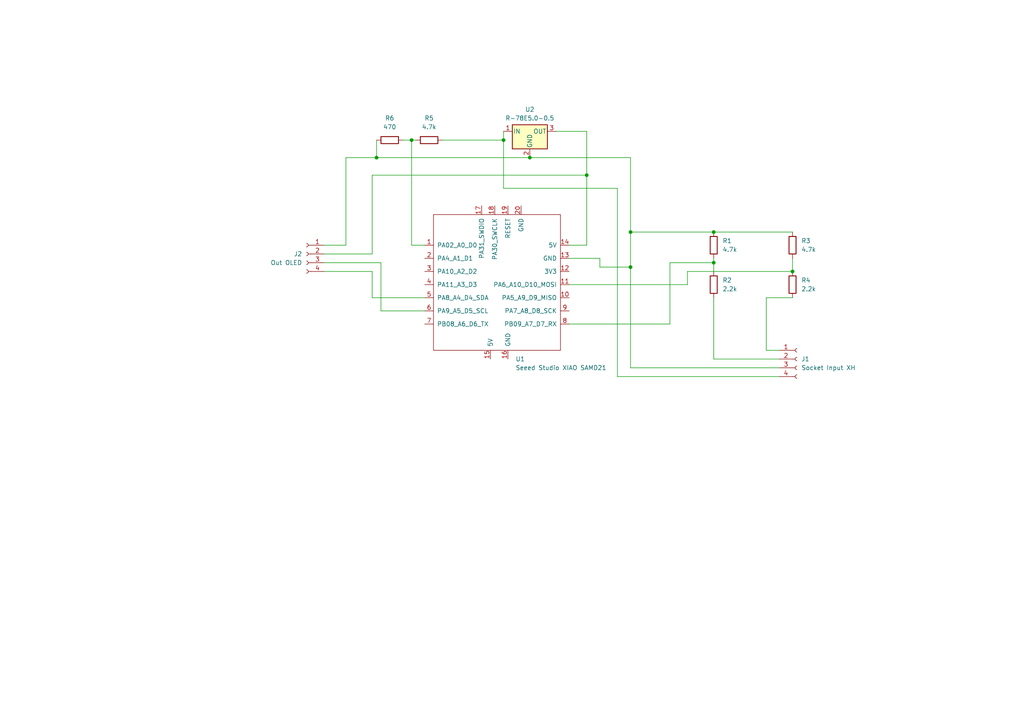
<source format=kicad_sch>
(kicad_sch (version 20231120) (generator "eeschema") (generator_version "8.0")
  (paper "A4")
  (title_block (title "UART to OLED-BLE") (date "2024-05-11") (comment 1 "001"))
  (lib_symbols
    (symbol "Connector:Conn_01x04_Socket" (pin_names (offset 1.016) hide)
      (property "Reference" "J" (at 0 5.08 0))
      (property "Value" "Conn_01x04_Socket" (at 0 -7.62 0))
      (symbol "Conn_01x04_Socket_1_1"
        (arc (start 0 -4.572) (mid -0.5058 -5.08) (end 0 -5.588) (stroke (width 0.1524)))
        (arc (start 0 -2.032) (mid -0.5058 -2.54) (end 0 -3.048) (stroke (width 0.1524)))
        (polyline (pts (xy -1.27 -5.08) (xy -0.508 -5.08)) (stroke (width 0.1524)))
        (polyline (pts (xy -1.27 -2.54) (xy -0.508 -2.54)) (stroke (width 0.1524)))
        (polyline (pts (xy -1.27 0) (xy -0.508 0)) (stroke (width 0.1524)))
        (polyline (pts (xy -1.27 2.54) (xy -0.508 2.54)) (stroke (width 0.1524)))
        (arc (start 0 0.508) (mid -0.5058 0) (end 0 -0.508) (stroke (width 0.1524)))
        (arc (start 0 3.048) (mid -0.5058 2.54) (end 0 2.032) (stroke (width 0.1524)))
        (pin passive line (at -5.08 2.54 0) (length 3.81) (name "Pin_1") (number "1"))
        (pin passive line (at -5.08 0 0) (length 3.81) (name "Pin_2") (number "2"))
        (pin passive line (at -5.08 -2.54 0) (length 3.81) (name "Pin_3") (number "3"))
        (pin passive line (at -5.08 -5.08 0) (length 3.81) (name "Pin_4") (number "4"))
      )
    )
    (symbol "Device:R" (pin_numbers hide) (pin_names (offset 0))
      (property "Reference" "R" (at 2.032 0 90))
      (property "Value" "R" (at 0 0 90))
      (symbol "R_0_1"
        (rectangle (start -1.016 -2.54) (end 1.016 2.54) (stroke (width 0.254)))
      )
      (symbol "R_1_1"
        (pin passive line (at 0 3.81 270) (length 1.27) (name "~") (number "1"))
        (pin passive line (at 0 -3.81 90) (length 1.27) (name "~") (number "2"))
      )
    )
    (symbol "Regulator_Switching:R-78E5.0-0.5" (pin_names (offset 0.254))
      (property "Reference" "U" (at -3.81 3.175 0))
      (property "Value" "R-78E5.0-0.5" (at 0 3.175 0))
      (symbol "R-78E5.0-0.5_0_1"
        (rectangle (start -5.08 1.905) (end 5.08 -5.08) (stroke (width 0.254)) (fill (type background)))
      )
      (symbol "R-78E5.0-0.5_1_1"
        (pin power_in line (at -7.62 0 0) (length 2.54) (name "IN") (number "1"))
        (pin power_in line (at 0 -7.62 90) (length 2.54) (name "GND") (number "2"))
        (pin power_out line (at 7.62 0 180) (length 2.54) (name "OUT") (number "3"))
      )
    )
    (symbol "Seeed_Studio_XIAO_Series:Seeed Studio XIAO SAMD21" (pin_names (offset 1.016))
      (property "Reference" "U" (at -19.05 22.86 0))
      (property "Value" "Seeed Studio XIAO SAMD21" (at -12.7 21.59 0))
      (symbol "Seeed Studio XIAO SAMD21_0_1"
        (rectangle (start -19.05 20.32) (end 17.78 -19.05))
      )
      (symbol "Seeed Studio XIAO SAMD21_1_1"
        (pin unspecified line (at -21.59 11.43 0) (length 2.54) (name "PA02_A0_D0") (number "1"))
        (pin unspecified line (at 20.32 -3.81 180) (length 2.54) (name "PA5_A9_D9_MISO") (number "10"))
        (pin unspecified line (at 20.32 0 180) (length 2.54) (name "PA6_A10_D10_MOSI") (number "11"))
        (pin unspecified line (at 20.32 3.81 180) (length 2.54) (name "3V3") (number "12"))
        (pin unspecified line (at 20.32 7.62 180) (length 2.54) (name "GND") (number "13"))
        (pin unspecified line (at 20.32 11.43 180) (length 2.54) (name "5V") (number "14"))
        (pin input line (at -2.54 -21.59 90) (length 2.54) (name "5V") (number "15"))
        (pin input line (at 2.54 -21.59 90) (length 2.54) (name "GND") (number "16"))
        (pin input line (at -5.08 22.86 270) (length 2.54) (name "PA31_SWDIO") (number "17"))
        (pin input line (at -1.27 22.86 270) (length 2.54) (name "PA30_SWCLK") (number "18"))
        (pin input line (at 2.54 22.86 270) (length 2.54) (name "RESET") (number "19"))
        (pin unspecified line (at -21.59 7.62 0) (length 2.54) (name "PA4_A1_D1") (number "2"))
        (pin input line (at 6.35 22.86 270) (length 2.54) (name "GND") (number "20"))
        (pin unspecified line (at -21.59 3.81 0) (length 2.54) (name "PA10_A2_D2") (number "3"))
        (pin unspecified line (at -21.59 0 0) (length 2.54) (name "PA11_A3_D3") (number "4"))
        (pin unspecified line (at -21.59 -3.81 0) (length 2.54) (name "PA8_A4_D4_SDA") (number "5"))
        (pin unspecified line (at -21.59 -7.62 0) (length 2.54) (name "PA9_A5_D5_SCL") (number "6"))
        (pin unspecified line (at -21.59 -11.43 0) (length 2.54) (name "PB08_A6_D6_TX") (number "7"))
        (pin unspecified line (at 20.32 -11.43 180) (length 2.54) (name "PB09_A7_D7_RX") (number "8"))
        (pin unspecified line (at 20.32 -7.62 180) (length 2.54) (name "PA7_A8_D8_SCK") (number "9"))
      )
    )
  )
  (junction (at 119.38 40.64))
  (junction (at 170.18 50.8))
  (junction (at 182.88 67.31))
  (junction (at 146.05 40.64))
  (junction (at 182.88 77.47))
  (junction (at 109.22 45.72))
  (junction (at 153.67 45.72))
  (junction (at 229.87 78.74))
  (junction (at 207.01 76.2))
  (junction (at 207.01 67.31))
  (wire (pts (xy 107.95 50.8) (xy 170.18 50.8)))
  (wire (pts (xy 207.01 74.93) (xy 207.01 76.2)))
  (wire (pts (xy 153.67 45.72) (xy 109.22 45.72)))
  (wire (pts (xy 182.88 45.72) (xy 182.88 67.31)))
  (wire (pts (xy 173.99 77.47) (xy 182.88 77.47)))
  (wire (pts (xy 182.88 67.31) (xy 207.01 67.31)))
  (wire (pts (xy 146.05 40.64) (xy 146.05 54.61)))
  (wire (pts (xy 170.18 38.1) (xy 170.18 50.8)))
  (wire (pts (xy 182.88 77.47) (xy 182.88 106.68)))
  (wire (pts (xy 182.88 106.68) (xy 226.06 106.68)))
  (wire (pts (xy 229.87 74.93) (xy 229.87 78.74)))
  (wire (pts (xy 107.95 50.8) (xy 107.95 73.66)))
  (wire (pts (xy 207.01 76.2) (xy 194.31 76.2)))
  (wire (pts (xy 123.19 90.17) (xy 110.49 90.17)))
  (wire (pts (xy 107.95 73.66) (xy 93.98 73.66)))
  (wire (pts (xy 119.38 40.64) (xy 120.65 40.64)))
  (wire (pts (xy 110.49 76.2) (xy 93.98 76.2)))
  (wire (pts (xy 222.25 101.6) (xy 226.06 101.6)))
  (wire (pts (xy 199.39 78.74) (xy 229.87 78.74)))
  (wire (pts (xy 226.06 104.14) (xy 207.01 104.14)))
  (wire (pts (xy 107.95 78.74) (xy 93.98 78.74)))
  (wire (pts (xy 119.38 40.64) (xy 119.38 71.12)))
  (wire (pts (xy 165.1 82.55) (xy 199.39 82.55)))
  (wire (pts (xy 146.05 38.1) (xy 146.05 40.64)))
  (wire (pts (xy 170.18 50.8) (xy 170.18 71.12)))
  (wire (pts (xy 179.07 109.22) (xy 226.06 109.22)))
  (wire (pts (xy 109.22 40.64) (xy 109.22 45.72)))
  (wire (pts (xy 207.01 67.31) (xy 229.87 67.31)))
  (wire (pts (xy 146.05 54.61) (xy 179.07 54.61)))
  (wire (pts (xy 153.67 45.72) (xy 182.88 45.72)))
  (wire (pts (xy 119.38 71.12) (xy 123.19 71.12)))
  (wire (pts (xy 110.49 90.17) (xy 110.49 76.2)))
  (wire (pts (xy 100.33 45.72) (xy 100.33 71.12)))
  (wire (pts (xy 107.95 86.36) (xy 107.95 78.74)))
  (wire (pts (xy 128.27 40.64) (xy 146.05 40.64)))
  (wire (pts (xy 194.31 76.2) (xy 194.31 93.98)))
  (wire (pts (xy 182.88 67.31) (xy 182.88 77.47)))
  (wire (pts (xy 179.07 54.61) (xy 179.07 109.22)))
  (wire (pts (xy 123.19 86.36) (xy 107.95 86.36)))
  (wire (pts (xy 222.25 86.36) (xy 222.25 101.6)))
  (wire (pts (xy 100.33 71.12) (xy 93.98 71.12)))
  (wire (pts (xy 165.1 74.93) (xy 173.99 74.93)))
  (wire (pts (xy 161.29 38.1) (xy 170.18 38.1)))
  (wire (pts (xy 173.99 77.47) (xy 173.99 74.93)))
  (wire (pts (xy 165.1 93.98) (xy 194.31 93.98)))
  (wire (pts (xy 116.84 40.64) (xy 119.38 40.64)))
  (wire (pts (xy 207.01 104.14) (xy 207.01 86.36)))
  (wire (pts (xy 165.1 71.12) (xy 170.18 71.12)))
  (wire (pts (xy 109.22 45.72) (xy 100.33 45.72)))
  (wire (pts (xy 229.87 86.36) (xy 222.25 86.36)))
  (wire (pts (xy 207.01 76.2) (xy 207.01 78.74)))
  (wire (pts (xy 199.39 82.55) (xy 199.39 78.74)))
  (symbol (lib_id "Device:R") (at 207.01 71.12 0) (unit 1)
    (property "Reference" "R1" (at 209.55 69.8499 0) (effects (justify left)))
    (property "Value" "4.7k" (at 209.55 72.3899 0) (effects (justify left)))
    (property "Footprint" "Resistor_SMD:R_0603_1608Metric_Pad0.98x0.95mm_HandSolder" (effects (hide yes)))
    (property "Description" "Resistor" (effects (hide yes)))
  )
  (symbol (lib_id "Device:R") (at 229.87 71.12 0) (unit 1)
    (property "Reference" "R3" (at 232.41 69.8499 0) (effects (justify left)))
    (property "Value" "4.7k" (at 232.41 72.3899 0) (effects (justify left)))
    (property "Footprint" "Resistor_SMD:R_0603_1608Metric_Pad0.98x0.95mm_HandSolder" (effects (hide yes)))
    (property "Description" "Resistor" (effects (hide yes)))
  )
  (symbol (lib_id "Regulator_Switching:R-78E5.0-0.5") (at 153.67 38.1 0) (unit 1)
    (property "Reference" "U2" (at 153.67 31.75 0))
    (property "Value" "R-78E5.0-0.5" (at 153.67 34.29 0))
    (property "Footprint" "Converter_DCDC:Converter_DCDC_RECOM_R-78E-0.5_THT" (effects (hide yes)))
    (property "Datasheet" "https://www.recom-power.com/pdf/Innoline/R-78Exx-0.5.pdf" (effects (hide yes)))
    (property "Description" "500mA Step-Down DC/DC-Regulator, 7-28V input, 5V fixed Output Voltage, LM78xx replacement, -40°C to +85°C, SIP3" (effects (hide yes)))
  )
  (symbol (lib_id "Seeed_Studio_XIAO_Series:Seeed Studio XIAO SAMD21") (at 144.78 82.55 0) (unit 1)
    (property "Reference" "U1" (at 149.5141 104.14 0) (effects (justify left)))
    (property "Value" "Seeed Studio XIAO SAMD21" (at 149.5141 106.68 0) (effects (justify left)))
    (property "Footprint" "Seeed Studio XIAO Series Library:XIAO-SAMD21-RP2040-14P-2.54-21X17.8MM (Seeeduino XIAO)" (effects (hide yes)))
  )
  (symbol (lib_id "Device:R") (at 207.01 82.55 0) (unit 1)
    (property "Reference" "R2" (at 209.55 81.2799 0) (effects (justify left)))
    (property "Value" "2.2k" (at 209.55 83.8199 0) (effects (justify left)))
    (property "Footprint" "Resistor_SMD:R_0603_1608Metric_Pad0.98x0.95mm_HandSolder" (effects (hide yes)))
    (property "Description" "Resistor" (effects (hide yes)))
  )
  (symbol (lib_id "Device:R") (at 229.87 82.55 0) (unit 1)
    (property "Reference" "R4" (at 232.41 81.2799 0) (effects (justify left)))
    (property "Value" "2.2k" (at 232.41 83.8199 0) (effects (justify left)))
    (property "Footprint" "Resistor_SMD:R_0603_1608Metric_Pad0.98x0.95mm_HandSolder" (effects (hide yes)))
    (property "Description" "Resistor" (effects (hide yes)))
  )
  (symbol (lib_id "Connector:Conn_01x04_Socket") (at 231.14 104.14 0) (unit 1)
    (property "Reference" "J1" (at 232.41 104.1399 0) (effects (justify left)))
    (property "Value" "Socket Input XH" (at 232.41 106.6799 0) (effects (justify left)))
    (property "Footprint" "Connector_JST:JST_XH_B4B-XH-A_1x04_P2.50mm_Vertical" (effects (hide yes)))
    (property "Description" "Generic connector, single row, 01x04, script generated" (effects (hide yes)))
  )
  (symbol (lib_id "Device:R") (at 113.03 40.64 90) (unit 1)
    (property "Reference" "R6" (at 113.03 34.29 90))
    (property "Value" "470" (at 113.03 36.83 90))
    (property "Footprint" "Resistor_SMD:R_0603_1608Metric_Pad0.98x0.95mm_HandSolder" (effects (hide yes)))
    (property "Description" "Resistor" (effects (hide yes)))
  )
  (symbol (lib_id "Device:R") (at 124.46 40.64 90) (unit 1)
    (property "Reference" "R5" (at 124.46 34.29 90))
    (property "Value" "4.7k" (at 124.46 36.83 90))
    (property "Footprint" "Resistor_SMD:R_0603_1608Metric_Pad0.98x0.95mm_HandSolder" (effects (hide yes)))
    (property "Description" "Resistor" (effects (hide yes)))
  )
  (symbol (lib_id "Connector:Conn_01x04_Socket") (at 88.9 73.66 0) (mirror y) (unit 1)
    (property "Reference" "J2" (at 87.63 73.6599 0) (effects (justify left)))
    (property "Value" "Out OLED" (at 87.63 76.1999 0) (effects (justify left)))
    (property "Footprint" "Connector_PinHeader_2.54mm:PinHeader_1x04_P2.54mm_Vertical" (effects (hide yes)))
    (property "Description" "Generic connector, single row, 01x04, script generated" (effects (hide yes)))
  )
)
</source>
